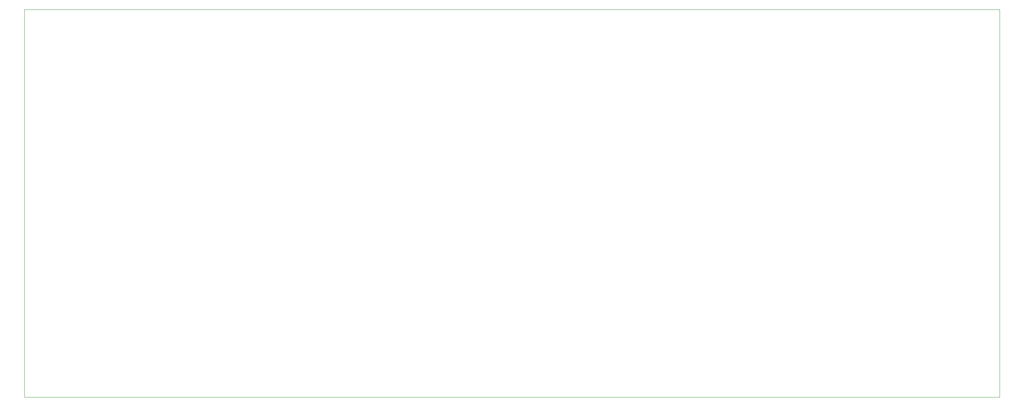
<source format=gbr>
G04 #@! TF.GenerationSoftware,KiCad,Pcbnew,(5.1.0)-1*
G04 #@! TF.CreationDate,2020-08-27T01:02:27-04:00*
G04 #@! TF.ProjectId,keyboard,6b657962-6f61-4726-942e-6b696361645f,rev?*
G04 #@! TF.SameCoordinates,Original*
G04 #@! TF.FileFunction,Profile,NP*
%FSLAX46Y46*%
G04 Gerber Fmt 4.6, Leading zero omitted, Abs format (unit mm)*
G04 Created by KiCad (PCBNEW (5.1.0)-1) date 2020-08-27 01:02:27*
%MOMM*%
%LPD*%
G04 APERTURE LIST*
%ADD10C,0.050000*%
G04 APERTURE END LIST*
D10*
X250031250Y-128587500D02*
X250031250Y-42862500D01*
X16668750Y-128587500D02*
X250031250Y-128587500D01*
X250031250Y-35718750D02*
X16668750Y-35718750D01*
X250031250Y-42862500D02*
X250031250Y-35718750D01*
X16668750Y-126206250D02*
X16668750Y-128587500D01*
X16668750Y-35718750D02*
X16668750Y-126206250D01*
M02*

</source>
